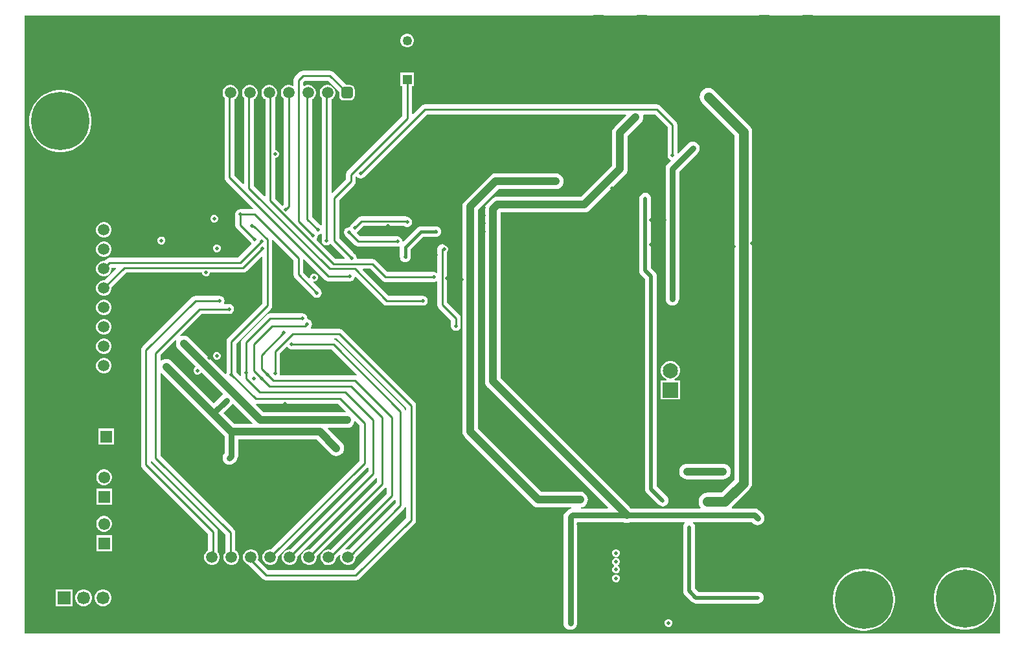
<source format=gbl>
G04*
G04 #@! TF.GenerationSoftware,Altium Limited,Altium Designer,23.8.1 (32)*
G04*
G04 Layer_Physical_Order=4*
G04 Layer_Color=16711680*
%FSLAX25Y25*%
%MOIN*%
G70*
G04*
G04 #@! TF.SameCoordinates,93D85A25-96AA-4E13-9423-ABE69869F54E*
G04*
G04*
G04 #@! TF.FilePolarity,Positive*
G04*
G01*
G75*
%ADD17C,0.01000*%
%ADD84R,0.05315X0.16535*%
%ADD86R,0.16535X0.05315*%
%ADD122R,0.06653X0.06653*%
%ADD123C,0.06653*%
%ADD135C,0.01500*%
%ADD136C,0.04000*%
%ADD137C,0.03000*%
%ADD138C,0.02000*%
%ADD139C,0.05000*%
%ADD140C,0.05984*%
G04:AMPARAMS|DCode=141|XSize=59.84mil|YSize=59.84mil|CornerRadius=14.96mil|HoleSize=0mil|Usage=FLASHONLY|Rotation=270.000|XOffset=0mil|YOffset=0mil|HoleType=Round|Shape=RoundedRectangle|*
%AMROUNDEDRECTD141*
21,1,0.05984,0.02992,0,0,270.0*
21,1,0.02992,0.05984,0,0,270.0*
1,1,0.02992,-0.01496,-0.01496*
1,1,0.02992,-0.01496,0.01496*
1,1,0.02992,0.01496,0.01496*
1,1,0.02992,0.01496,-0.01496*
%
%ADD141ROUNDEDRECTD141*%
%ADD142R,0.06102X0.06102*%
%ADD143C,0.06102*%
%ADD144C,0.07854*%
%ADD145R,0.07854X0.07854*%
G04:AMPARAMS|DCode=146|XSize=59.84mil|YSize=59.84mil|CornerRadius=14.96mil|HoleSize=0mil|Usage=FLASHONLY|Rotation=0.000|XOffset=0mil|YOffset=0mil|HoleType=Round|Shape=RoundedRectangle|*
%AMROUNDEDRECTD146*
21,1,0.05984,0.02992,0,0,0.0*
21,1,0.02992,0.05984,0,0,0.0*
1,1,0.02992,0.01496,-0.01496*
1,1,0.02992,-0.01496,-0.01496*
1,1,0.02992,-0.01496,0.01496*
1,1,0.02992,0.01496,0.01496*
%
%ADD146ROUNDEDRECTD146*%
%ADD147R,0.04921X0.04921*%
%ADD148C,0.04921*%
%ADD149C,0.02000*%
%ADD150C,0.30000*%
%ADD151C,0.01968*%
G36*
X702000Y98500D02*
X200000D01*
Y417000D01*
X702000D01*
Y98500D01*
D02*
G37*
%LPC*%
G36*
X397456Y407461D02*
X396544D01*
X395664Y407225D01*
X394875Y406769D01*
X394231Y406125D01*
X393775Y405336D01*
X393539Y404456D01*
Y403544D01*
X393775Y402664D01*
X394231Y401875D01*
X394875Y401231D01*
X395664Y400775D01*
X396544Y400539D01*
X397456D01*
X398336Y400775D01*
X399125Y401231D01*
X399769Y401875D01*
X400225Y402664D01*
X400461Y403544D01*
Y404456D01*
X400225Y405336D01*
X399769Y406125D01*
X399125Y406769D01*
X398336Y407225D01*
X397456Y407461D01*
D02*
G37*
G36*
X357239Y388459D02*
X343410D01*
X342435Y388265D01*
X341608Y387713D01*
X339198Y385302D01*
X338645Y384475D01*
X338451Y383500D01*
Y380844D01*
X338018Y380594D01*
X337541Y380870D01*
X336526Y381142D01*
X335474D01*
X334459Y380870D01*
X333549Y380344D01*
X332805Y379601D01*
X332280Y378690D01*
X332008Y377675D01*
Y376624D01*
X332280Y375609D01*
X332805Y374698D01*
X333451Y374053D01*
Y319556D01*
X332732Y318837D01*
X329049Y322520D01*
Y343517D01*
X329398D01*
X330133Y343821D01*
X330696Y344384D01*
X331000Y345119D01*
Y345914D01*
X330696Y346650D01*
X330133Y347212D01*
X329398Y347517D01*
X329049D01*
Y374553D01*
X329194Y374698D01*
X329720Y375609D01*
X329992Y376624D01*
Y377675D01*
X329720Y378690D01*
X329194Y379601D01*
X328451Y380344D01*
X327541Y380870D01*
X326526Y381142D01*
X325474D01*
X324459Y380870D01*
X323549Y380344D01*
X322806Y379601D01*
X322280Y378690D01*
X322008Y377675D01*
Y376624D01*
X322280Y375609D01*
X322806Y374698D01*
X323549Y373955D01*
X323951Y373723D01*
Y323807D01*
X323489Y323616D01*
X318049Y329056D01*
Y373723D01*
X318451Y373955D01*
X319195Y374698D01*
X319720Y375609D01*
X319992Y376624D01*
Y377675D01*
X319720Y378690D01*
X319195Y379601D01*
X318451Y380344D01*
X317541Y380870D01*
X316526Y381142D01*
X315474D01*
X314459Y380870D01*
X313549Y380344D01*
X312806Y379601D01*
X312280Y378690D01*
X312008Y377675D01*
Y376624D01*
X312280Y375609D01*
X312806Y374698D01*
X312951Y374553D01*
Y330307D01*
X312489Y330116D01*
X308049Y334556D01*
Y373723D01*
X308451Y373955D01*
X309194Y374698D01*
X309720Y375609D01*
X309992Y376624D01*
Y377675D01*
X309720Y378690D01*
X309194Y379601D01*
X308451Y380344D01*
X307541Y380870D01*
X306526Y381142D01*
X305474D01*
X304459Y380870D01*
X303549Y380344D01*
X302805Y379601D01*
X302280Y378690D01*
X302008Y377675D01*
Y376624D01*
X302280Y375609D01*
X302805Y374698D01*
X302951Y374553D01*
Y333500D01*
X303145Y332525D01*
X303698Y331698D01*
X317806Y317590D01*
X317614Y317128D01*
X311140D01*
X310164Y316934D01*
X309337Y316381D01*
X308785Y315554D01*
X308591Y314579D01*
Y308860D01*
X308785Y307885D01*
X309337Y307058D01*
X316680Y299715D01*
X316910Y299562D01*
X316959Y299064D01*
X309944Y292049D01*
X243850Y292049D01*
X242875Y291855D01*
X242048Y291302D01*
X241238Y290492D01*
X240325D01*
X239310Y290220D01*
X238399Y289694D01*
X237656Y288951D01*
X237130Y288041D01*
X236858Y287026D01*
Y285974D01*
X237130Y284959D01*
X237656Y284049D01*
X238399Y283306D01*
X239310Y282780D01*
X240325Y282508D01*
X241376D01*
X242391Y282780D01*
X243302Y283306D01*
X244045Y284049D01*
X244571Y284959D01*
X244843Y285974D01*
Y286887D01*
X244906Y286951D01*
X247043D01*
X247235Y286489D01*
X241238Y280492D01*
X240325D01*
X239310Y280220D01*
X238399Y279695D01*
X237656Y278951D01*
X237130Y278041D01*
X236858Y277026D01*
Y275974D01*
X237130Y274959D01*
X237656Y274049D01*
X238399Y273306D01*
X239310Y272780D01*
X240325Y272508D01*
X241376D01*
X242391Y272780D01*
X243302Y273306D01*
X244045Y274049D01*
X244571Y274959D01*
X244843Y275974D01*
Y276887D01*
X252406Y284451D01*
X291500D01*
Y284102D01*
X291805Y283367D01*
X292367Y282804D01*
X293102Y282500D01*
X293898D01*
X294633Y282804D01*
X295196Y283367D01*
X295500Y284102D01*
Y284451D01*
X312500D01*
X313475Y284645D01*
X314302Y285198D01*
X321989Y292884D01*
X322451Y292693D01*
Y268556D01*
X304698Y250802D01*
X304145Y249975D01*
X303951Y249000D01*
Y232462D01*
X303451Y232255D01*
X284853Y250853D01*
X284017Y251494D01*
X283044Y251897D01*
X282000Y252034D01*
X280956Y251897D01*
X280534Y251723D01*
X280251Y252146D01*
X291248Y263144D01*
X305307D01*
X306282Y263338D01*
X307109Y263890D01*
X307662Y264717D01*
X307856Y265693D01*
X307662Y266668D01*
X307109Y267495D01*
X306282Y268047D01*
X305307Y268242D01*
X302862D01*
X302626Y268683D01*
X302855Y269024D01*
X303049Y270000D01*
X302855Y270975D01*
X302302Y271802D01*
X301476Y272355D01*
X300500Y272549D01*
X288000D01*
X287024Y272355D01*
X286198Y271802D01*
X260698Y246302D01*
X260145Y245476D01*
X259951Y244500D01*
Y185500D01*
X260145Y184525D01*
X260698Y183698D01*
X294451Y149944D01*
Y141277D01*
X294049Y141045D01*
X293305Y140302D01*
X292780Y139391D01*
X292508Y138376D01*
Y137325D01*
X292780Y136310D01*
X293305Y135399D01*
X294049Y134656D01*
X294959Y134130D01*
X295974Y133858D01*
X297026D01*
X298041Y134130D01*
X298951Y134656D01*
X299694Y135399D01*
X300220Y136310D01*
X300492Y137325D01*
Y138376D01*
X300220Y139391D01*
X299694Y140302D01*
X299549Y140447D01*
Y151000D01*
X299355Y151976D01*
X298802Y152802D01*
X265049Y186556D01*
Y187268D01*
X265549Y187420D01*
X265698Y187198D01*
X303451Y149444D01*
Y140447D01*
X303306Y140302D01*
X302780Y139391D01*
X302508Y138376D01*
Y137325D01*
X302780Y136310D01*
X303306Y135399D01*
X304049Y134656D01*
X304959Y134130D01*
X305974Y133858D01*
X307026D01*
X308041Y134130D01*
X308951Y134656D01*
X309695Y135399D01*
X310220Y136310D01*
X310492Y137325D01*
Y138376D01*
X310220Y139391D01*
X309695Y140302D01*
X308951Y141045D01*
X308549Y141277D01*
Y150500D01*
X308355Y151476D01*
X307802Y152302D01*
X270049Y190056D01*
Y232538D01*
X270549Y232745D01*
X294647Y208647D01*
X294647Y208647D01*
X302970Y200325D01*
Y191452D01*
X302443Y190765D01*
X302090Y189914D01*
X301970Y189000D01*
X302090Y188086D01*
X302443Y187235D01*
X303004Y186504D01*
X303735Y185943D01*
X304586Y185590D01*
X305500Y185470D01*
X306414Y185590D01*
X307265Y185943D01*
X307996Y186504D01*
X308996Y187504D01*
X309557Y188235D01*
X309910Y189086D01*
X310030Y190000D01*
Y198466D01*
X350329D01*
X357647Y191147D01*
X358483Y190506D01*
X359456Y190103D01*
X360500Y189965D01*
X361544Y190103D01*
X362517Y190506D01*
X363353Y191147D01*
X363994Y191983D01*
X364397Y192956D01*
X364534Y194000D01*
X364397Y195044D01*
X363994Y196017D01*
X363353Y196853D01*
X356202Y204004D01*
X356394Y204466D01*
X366000D01*
X367044Y204603D01*
X368017Y205006D01*
X368853Y205647D01*
X369494Y206483D01*
X369897Y207456D01*
X369945Y207817D01*
X370418Y207977D01*
X372451Y205944D01*
Y187406D01*
X326887Y141843D01*
X325974D01*
X324959Y141571D01*
X324049Y141045D01*
X323306Y140302D01*
X322780Y139391D01*
X322508Y138376D01*
Y137325D01*
X322780Y136310D01*
X323306Y135399D01*
X323639Y135066D01*
X323670Y135020D01*
X323715Y134989D01*
X324049Y134656D01*
X324959Y134130D01*
X325974Y133858D01*
X327026D01*
X328041Y134130D01*
X328951Y134656D01*
X329695Y135399D01*
X330220Y136310D01*
X330492Y137325D01*
Y138238D01*
X376451Y184197D01*
X376951Y183990D01*
Y181906D01*
X336887Y141843D01*
X335974D01*
X334959Y141571D01*
X334049Y141045D01*
X333306Y140302D01*
X332780Y139391D01*
X332508Y138376D01*
Y137325D01*
X332780Y136310D01*
X333306Y135399D01*
X334049Y134656D01*
X334959Y134130D01*
X335974Y133858D01*
X337026D01*
X338041Y134130D01*
X338951Y134656D01*
X339694Y135399D01*
X340220Y136310D01*
X340492Y137325D01*
Y138238D01*
X380951Y178697D01*
X381451Y178490D01*
Y176556D01*
X346738Y141843D01*
X345974D01*
X344959Y141571D01*
X344049Y141045D01*
X343305Y140302D01*
X342780Y139391D01*
X342508Y138376D01*
Y137325D01*
X342780Y136310D01*
X342916Y136074D01*
X342962Y135842D01*
X343515Y135015D01*
X344044Y134661D01*
X344049Y134656D01*
X344068Y134645D01*
X344342Y134462D01*
X344407Y134449D01*
X344959Y134130D01*
X345974Y133858D01*
X347026D01*
X348041Y134130D01*
X348951Y134656D01*
X349694Y135399D01*
X350220Y136310D01*
X350492Y137325D01*
Y138376D01*
X350490Y138385D01*
X385802Y173698D01*
X385951Y173920D01*
X386451Y173768D01*
Y170556D01*
X357587Y141692D01*
X357026Y141843D01*
X355974D01*
X354959Y141571D01*
X354049Y141045D01*
X353306Y140302D01*
X352780Y139391D01*
X352508Y138376D01*
Y137325D01*
X352780Y136310D01*
X353306Y135399D01*
X353795Y134910D01*
X354041Y134541D01*
X354868Y133989D01*
X355844Y133795D01*
X356164Y133858D01*
X357026D01*
X358041Y134130D01*
X358951Y134656D01*
X359695Y135399D01*
X360220Y136310D01*
X360492Y137325D01*
Y137387D01*
X362177Y139072D01*
X362625Y138813D01*
X362508Y138376D01*
Y137325D01*
X362780Y136310D01*
X363305Y135399D01*
X364049Y134656D01*
X364959Y134130D01*
X365974Y133858D01*
X367026D01*
X368041Y134130D01*
X368951Y134656D01*
X369694Y135399D01*
X370220Y136310D01*
X370492Y137325D01*
Y137887D01*
X395302Y162698D01*
X395855Y163524D01*
X395951Y164007D01*
X396451Y163958D01*
Y158056D01*
X369444Y131049D01*
X325556D01*
X320236Y136369D01*
X320492Y137325D01*
Y138376D01*
X320220Y139391D01*
X319694Y140302D01*
X318951Y141045D01*
X318041Y141571D01*
X317026Y141843D01*
X315974D01*
X314959Y141571D01*
X314049Y141045D01*
X313305Y140302D01*
X312803Y139431D01*
X312557Y139063D01*
X312363Y138088D01*
X312508Y137360D01*
Y137325D01*
X312535Y137224D01*
X312557Y137112D01*
X312570Y137093D01*
X312780Y136310D01*
X313305Y135399D01*
X314049Y134656D01*
X314959Y134130D01*
X315379Y134018D01*
X316195Y133202D01*
X316199Y133196D01*
X322698Y126698D01*
X323524Y126145D01*
X324500Y125951D01*
X370500D01*
X371476Y126145D01*
X372302Y126698D01*
X400802Y155198D01*
X401355Y156025D01*
X401549Y157000D01*
Y216000D01*
X401355Y216975D01*
X400802Y217802D01*
X363802Y254802D01*
X362976Y255355D01*
X362000Y255549D01*
X347383D01*
X347327Y255627D01*
X347302Y256198D01*
X347855Y257025D01*
X348049Y258000D01*
X347855Y258976D01*
X347302Y259802D01*
X346476Y260355D01*
X345951Y260459D01*
X345549Y261000D01*
X345355Y261976D01*
X344802Y262802D01*
X343975Y263355D01*
X343000Y263549D01*
X326500D01*
X325524Y263355D01*
X324698Y262802D01*
X312198Y250302D01*
X311645Y249476D01*
X311451Y248500D01*
Y233000D01*
Y231307D01*
X310989Y231116D01*
X309049Y233056D01*
Y247944D01*
X326802Y265698D01*
X327355Y266525D01*
X327549Y267500D01*
Y301139D01*
X328049Y301346D01*
X338480Y290915D01*
Y283503D01*
X338674Y282527D01*
X339227Y281700D01*
X348713Y272213D01*
X349540Y271661D01*
X350516Y271467D01*
X351491Y271661D01*
X352318Y272213D01*
X352871Y273040D01*
X353065Y274016D01*
X352871Y274991D01*
X352318Y275818D01*
X348636Y279500D01*
X348843Y280000D01*
X349398D01*
X350133Y280305D01*
X350695Y280867D01*
X351000Y281602D01*
Y282398D01*
X350695Y283133D01*
X350133Y283696D01*
X349398Y284000D01*
X348602D01*
X347867Y283696D01*
X347305Y283133D01*
X347000Y282398D01*
Y281843D01*
X346500Y281636D01*
X343578Y284558D01*
Y291164D01*
X344040Y291355D01*
X354698Y280698D01*
X355525Y280145D01*
X356500Y279951D01*
X367500D01*
X368476Y280145D01*
X369302Y280698D01*
X369855Y281524D01*
X369989Y282199D01*
X370532Y282364D01*
X384689Y268207D01*
X385516Y267654D01*
X386491Y267460D01*
X405009D01*
X405984Y267654D01*
X406811Y268207D01*
X407364Y269033D01*
X407558Y270009D01*
X407364Y270984D01*
X406811Y271811D01*
X405984Y272364D01*
X405009Y272558D01*
X387547D01*
X374116Y285989D01*
X374307Y286451D01*
X377944D01*
X384019Y280376D01*
X384846Y279824D01*
X385821Y279630D01*
X410662D01*
X411638Y279824D01*
X412010Y280072D01*
X412451Y279837D01*
Y268000D01*
X412645Y267024D01*
X413198Y266198D01*
X419451Y259944D01*
Y257000D01*
X419645Y256025D01*
X420198Y255198D01*
X421025Y254645D01*
X422000Y254451D01*
X422975Y254645D01*
X423802Y255198D01*
X424355Y256025D01*
X424549Y257000D01*
Y261000D01*
X424355Y261976D01*
X423802Y262802D01*
X417549Y269056D01*
Y295162D01*
X417696Y295308D01*
X418000Y296043D01*
Y296839D01*
X417696Y297574D01*
X417133Y298136D01*
X416829Y298262D01*
X416802Y298302D01*
X415976Y298855D01*
X415000Y299049D01*
X414024Y298855D01*
X413198Y298302D01*
X412645Y297476D01*
X412451Y296500D01*
Y284521D01*
X412010Y284285D01*
X411638Y284534D01*
X410662Y284728D01*
X386877D01*
X380802Y290802D01*
X379976Y291355D01*
X379000Y291549D01*
X371353D01*
X371036Y291935D01*
X371049Y292000D01*
X370855Y292975D01*
X370302Y293802D01*
X362049Y302056D01*
Y321944D01*
X369802Y329698D01*
X370355Y330524D01*
X370549Y331500D01*
Y333768D01*
X371018Y333910D01*
X371058Y333907D01*
X371198Y333698D01*
X372024Y333145D01*
X373000Y332951D01*
X373975Y333145D01*
X374802Y333698D01*
X407056Y365951D01*
X509592D01*
X509783Y365489D01*
X503647Y359353D01*
X503006Y358517D01*
X502603Y357544D01*
X502465Y356500D01*
X502465Y356500D01*
Y339671D01*
X486329Y323534D01*
X443343D01*
X442299Y323397D01*
X441326Y322994D01*
X440490Y322353D01*
X440490Y322353D01*
X438147Y320010D01*
X437506Y319174D01*
X437103Y318201D01*
X436966Y317157D01*
X436966Y317157D01*
Y228500D01*
X436966Y228500D01*
X437103Y227456D01*
X437506Y226483D01*
X438147Y225647D01*
X500302Y163492D01*
X500111Y163030D01*
X486524D01*
X486492Y163530D01*
X487044Y163603D01*
X488017Y164006D01*
X488853Y164647D01*
X489494Y165483D01*
X489897Y166456D01*
X490034Y167500D01*
X489897Y168544D01*
X489494Y169517D01*
X488853Y170353D01*
X488017Y170994D01*
X487044Y171397D01*
X486000Y171535D01*
X466171D01*
X433534Y204171D01*
Y316829D01*
X444171Y327466D01*
X473500D01*
X474544Y327603D01*
X475517Y328006D01*
X476353Y328647D01*
X476994Y329483D01*
X477397Y330456D01*
X477534Y331500D01*
X477397Y332544D01*
X476994Y333517D01*
X476353Y334353D01*
X475517Y334994D01*
X474544Y335397D01*
X473500Y335535D01*
X442500D01*
X442500Y335535D01*
X441456Y335397D01*
X440483Y334994D01*
X439647Y334353D01*
X439647Y334353D01*
X426647Y321353D01*
X426006Y320517D01*
X425603Y319544D01*
X425465Y318500D01*
X425465Y318500D01*
Y202500D01*
X425465Y202500D01*
X425603Y201456D01*
X426006Y200483D01*
X426647Y199647D01*
X461647Y164647D01*
X461647Y164647D01*
X462483Y164006D01*
X463456Y163603D01*
X464500Y163465D01*
X481476D01*
X481508Y162966D01*
X481086Y162910D01*
X480235Y162557D01*
X479504Y161996D01*
X478504Y160996D01*
X477943Y160265D01*
X477590Y159414D01*
X477470Y158500D01*
Y104000D01*
X477590Y103086D01*
X477943Y102235D01*
X478504Y101504D01*
X479235Y100943D01*
X480086Y100590D01*
X481000Y100470D01*
X481914Y100590D01*
X482765Y100943D01*
X483496Y101504D01*
X484057Y102235D01*
X484410Y103086D01*
X484530Y104000D01*
Y155970D01*
X508070D01*
X508956Y155603D01*
X510000Y155465D01*
X511044Y155603D01*
X511930Y155970D01*
X539831D01*
X540000Y155470D01*
X539910Y155400D01*
X539429Y154773D01*
X539126Y154043D01*
X539023Y153260D01*
Y120451D01*
X539126Y119668D01*
X539429Y118938D01*
X539910Y118311D01*
X543360Y114860D01*
X543987Y114380D01*
X544717Y114077D01*
X545500Y113974D01*
X577500D01*
X578283Y114077D01*
X579013Y114380D01*
X579640Y114860D01*
X580121Y115487D01*
X580423Y116217D01*
X580526Y117000D01*
X580423Y117783D01*
X580121Y118513D01*
X579640Y119140D01*
X579013Y119621D01*
X578283Y119923D01*
X577500Y120026D01*
X546753D01*
X545075Y121704D01*
Y153260D01*
X544972Y154043D01*
X544670Y154773D01*
X544189Y155400D01*
X544098Y155470D01*
X544268Y155970D01*
X574264D01*
X574847Y155386D01*
X575578Y154825D01*
X576430Y154473D01*
X577343Y154352D01*
X578257Y154473D01*
X579108Y154825D01*
X579840Y155386D01*
X580401Y156118D01*
X580753Y156969D01*
X580873Y157883D01*
X580753Y158796D01*
X580401Y159648D01*
X579840Y160379D01*
X578222Y161996D01*
X577491Y162557D01*
X576640Y162910D01*
X575726Y163030D01*
X564156D01*
X563949Y163530D01*
X573209Y172791D01*
X573931Y173731D01*
X574384Y174825D01*
X574539Y176000D01*
Y357000D01*
X574384Y358175D01*
X573931Y359269D01*
X573209Y360209D01*
X573209Y360209D01*
X555209Y378209D01*
X554269Y378931D01*
X553175Y379384D01*
X552000Y379539D01*
X550825Y379384D01*
X549731Y378931D01*
X548791Y378209D01*
X548069Y377269D01*
X547616Y376175D01*
X547461Y375000D01*
X547616Y373825D01*
X548069Y372731D01*
X548791Y371791D01*
X565461Y355120D01*
Y177880D01*
X558620Y171039D01*
X551500D01*
X550325Y170884D01*
X549231Y170431D01*
X548291Y169709D01*
X547569Y168769D01*
X547116Y167675D01*
X546961Y166500D01*
X547116Y165325D01*
X547569Y164231D01*
X548107Y163530D01*
X547860Y163030D01*
X512176D01*
X445035Y230171D01*
Y315465D01*
X488000D01*
X488000Y315465D01*
X489044Y315603D01*
X490017Y316006D01*
X490853Y316647D01*
X509353Y335147D01*
X509994Y335983D01*
X510397Y336956D01*
X510534Y338000D01*
Y354829D01*
X517353Y361647D01*
X517994Y362483D01*
X518397Y363456D01*
X518535Y364500D01*
X518409Y365451D01*
X518647Y365918D01*
X518669Y365951D01*
X524480D01*
X530951Y359480D01*
Y345000D01*
X531145Y344024D01*
X531698Y343198D01*
X532477Y342677D01*
X532560Y342539D01*
X532673Y342166D01*
X531004Y340496D01*
X530443Y339765D01*
X530090Y338914D01*
X529970Y338000D01*
Y271000D01*
X530090Y270086D01*
X530443Y269235D01*
X531004Y268504D01*
X531735Y267943D01*
X532586Y267590D01*
X533500Y267470D01*
X534414Y267590D01*
X535265Y267943D01*
X535996Y268504D01*
X536557Y269235D01*
X536910Y270086D01*
X537030Y271000D01*
Y336538D01*
X546496Y346004D01*
X547057Y346735D01*
X547410Y347586D01*
X547530Y348500D01*
X547410Y349414D01*
X547057Y350265D01*
X546496Y350996D01*
X545765Y351557D01*
X544914Y351910D01*
X544000Y352030D01*
X543086Y351910D01*
X542235Y351557D01*
X541504Y350996D01*
X536511Y346003D01*
X536049Y346195D01*
Y360536D01*
X535855Y361511D01*
X535302Y362338D01*
X527338Y370302D01*
X526511Y370855D01*
X525535Y371049D01*
X406000D01*
X405024Y370855D01*
X404198Y370302D01*
X400011Y366116D01*
X399549Y366307D01*
Y380539D01*
X400461D01*
Y387461D01*
X393539D01*
Y380539D01*
X394451D01*
Y365056D01*
X366198Y336802D01*
X365645Y335976D01*
X365451Y335000D01*
Y332556D01*
X358511Y325616D01*
X358049Y325807D01*
Y373723D01*
X358451Y373955D01*
X359194Y374698D01*
X359720Y375609D01*
X359992Y376624D01*
Y377675D01*
X359720Y378690D01*
X359194Y379601D01*
X358451Y380344D01*
X357541Y380870D01*
X356526Y381142D01*
X355474D01*
X354459Y380870D01*
X353549Y380344D01*
X352805Y379601D01*
X352280Y378690D01*
X352008Y377675D01*
Y376624D01*
X352280Y375609D01*
X352805Y374698D01*
X352951Y374553D01*
Y308861D01*
X352451Y308654D01*
X348049Y313056D01*
Y373723D01*
X348451Y373955D01*
X349195Y374698D01*
X349720Y375609D01*
X349992Y376624D01*
Y377675D01*
X349720Y378690D01*
X349195Y379601D01*
X348451Y380344D01*
X347541Y380870D01*
X346526Y381142D01*
X345474D01*
X344459Y380870D01*
X343982Y380594D01*
X343549Y380844D01*
Y382444D01*
X344466Y383362D01*
X356183D01*
X361959Y377586D01*
Y375653D01*
X362153Y374679D01*
X362704Y373854D01*
X363530Y373302D01*
X364504Y373109D01*
X367496D01*
X368470Y373302D01*
X369296Y373854D01*
X369847Y374679D01*
X370041Y375653D01*
Y378645D01*
X369847Y379620D01*
X369296Y380445D01*
X368470Y380997D01*
X367496Y381190D01*
X365564D01*
X359041Y387713D01*
X358214Y388265D01*
X357239Y388459D01*
D02*
G37*
G36*
X219759Y378500D02*
X217241D01*
X214753Y378106D01*
X212358Y377328D01*
X210114Y376184D01*
X208077Y374704D01*
X206296Y372923D01*
X204816Y370886D01*
X203672Y368642D01*
X202894Y366247D01*
X202500Y363759D01*
Y361241D01*
X202894Y358753D01*
X203672Y356358D01*
X204816Y354114D01*
X206296Y352077D01*
X208077Y350296D01*
X210114Y348816D01*
X212358Y347672D01*
X214753Y346894D01*
X217241Y346500D01*
X219759D01*
X222247Y346894D01*
X224642Y347672D01*
X226886Y348816D01*
X228923Y350296D01*
X230704Y352077D01*
X232184Y354114D01*
X233328Y356358D01*
X234106Y358753D01*
X234500Y361241D01*
Y363759D01*
X234106Y366247D01*
X233328Y368642D01*
X232184Y370886D01*
X230704Y372923D01*
X228923Y374704D01*
X226886Y376184D01*
X224642Y377328D01*
X222247Y378106D01*
X219759Y378500D01*
D02*
G37*
G36*
X298069Y314171D02*
X297273D01*
X296538Y313867D01*
X295976Y313304D01*
X295671Y312569D01*
Y311773D01*
X295976Y311038D01*
X296538Y310476D01*
X297273Y310171D01*
X298069D01*
X298804Y310476D01*
X299367Y311038D01*
X299671Y311773D01*
Y312569D01*
X299367Y313304D01*
X298804Y313867D01*
X298069Y314171D01*
D02*
G37*
G36*
X396229Y313549D02*
X373500D01*
X372524Y313355D01*
X371698Y312802D01*
X368198Y309302D01*
X367645Y308475D01*
X367497Y307730D01*
X367000Y307828D01*
X366024Y307634D01*
X365198Y307082D01*
X364645Y306255D01*
X364451Y305279D01*
X364645Y304304D01*
X365198Y303477D01*
X369977Y298698D01*
X370804Y298145D01*
X371779Y297951D01*
X392000D01*
X392802Y298111D01*
X393184Y297838D01*
X393257Y297732D01*
X393226Y297500D01*
Y292500D01*
X393321Y291782D01*
X393598Y291113D01*
X394039Y290539D01*
X394613Y290098D01*
X395282Y289821D01*
X396000Y289726D01*
X396718Y289821D01*
X397387Y290098D01*
X397961Y290539D01*
X398402Y291113D01*
X398679Y291782D01*
X398774Y292500D01*
Y296351D01*
X405159Y302736D01*
X411713D01*
X412431Y302831D01*
X413100Y303108D01*
X413674Y303549D01*
X414115Y304123D01*
X414392Y304792D01*
X414487Y305510D01*
X414392Y306228D01*
X414115Y306897D01*
X413674Y307471D01*
X413100Y307912D01*
X412431Y308189D01*
X411713Y308284D01*
X404010D01*
X403292Y308189D01*
X402623Y307912D01*
X402048Y307471D01*
X395006Y300428D01*
X394519Y300649D01*
X394355Y301476D01*
X393802Y302302D01*
X392975Y302855D01*
X392000Y303049D01*
X372835D01*
X371171Y304713D01*
X371258Y305334D01*
X371802Y305698D01*
X374556Y308451D01*
X395296D01*
X395754Y308145D01*
X396729Y307951D01*
X397000D01*
X397975Y308145D01*
X398802Y308698D01*
X399355Y309524D01*
X399549Y310500D01*
X399355Y311475D01*
X398802Y312302D01*
X397975Y312855D01*
X397944Y312861D01*
X397205Y313355D01*
X396229Y313549D01*
D02*
G37*
G36*
X241376Y310492D02*
X240325D01*
X239310Y310220D01*
X238399Y309695D01*
X237656Y308951D01*
X237130Y308041D01*
X236858Y307026D01*
Y305974D01*
X237130Y304959D01*
X237656Y304049D01*
X238399Y303306D01*
X239310Y302780D01*
X240325Y302508D01*
X241376D01*
X242391Y302780D01*
X243302Y303306D01*
X244045Y304049D01*
X244571Y304959D01*
X244843Y305974D01*
Y307026D01*
X244571Y308041D01*
X244045Y308951D01*
X243302Y309695D01*
X242391Y310220D01*
X241376Y310492D01*
D02*
G37*
G36*
X270907Y303009D02*
X270111D01*
X269376Y302704D01*
X268813Y302142D01*
X268509Y301407D01*
Y300611D01*
X268813Y299876D01*
X269376Y299313D01*
X270111Y299009D01*
X270907D01*
X271642Y299313D01*
X272204Y299876D01*
X272509Y300611D01*
Y301407D01*
X272204Y302142D01*
X271642Y302704D01*
X270907Y303009D01*
D02*
G37*
G36*
X299398Y299000D02*
X298602D01*
X297867Y298695D01*
X297305Y298133D01*
X297000Y297398D01*
Y296602D01*
X297305Y295867D01*
X297867Y295304D01*
X298602Y295000D01*
X299398D01*
X300133Y295304D01*
X300695Y295867D01*
X301000Y296602D01*
Y297398D01*
X300695Y298133D01*
X300133Y298695D01*
X299398Y299000D01*
D02*
G37*
G36*
X241376Y300492D02*
X240325D01*
X239310Y300220D01*
X238399Y299694D01*
X237656Y298951D01*
X237130Y298041D01*
X236858Y297026D01*
Y295974D01*
X237130Y294959D01*
X237656Y294049D01*
X238399Y293305D01*
X239310Y292780D01*
X240325Y292508D01*
X241376D01*
X242391Y292780D01*
X243302Y293305D01*
X244045Y294049D01*
X244571Y294959D01*
X244843Y295974D01*
Y297026D01*
X244571Y298041D01*
X244045Y298951D01*
X243302Y299694D01*
X242391Y300220D01*
X241376Y300492D01*
D02*
G37*
G36*
Y270492D02*
X240325D01*
X239310Y270220D01*
X238399Y269694D01*
X237656Y268951D01*
X237130Y268041D01*
X236858Y267026D01*
Y265974D01*
X237130Y264959D01*
X237656Y264049D01*
X238399Y263305D01*
X239310Y262780D01*
X240325Y262508D01*
X241376D01*
X242391Y262780D01*
X243302Y263305D01*
X244045Y264049D01*
X244571Y264959D01*
X244843Y265974D01*
Y267026D01*
X244571Y268041D01*
X244045Y268951D01*
X243302Y269694D01*
X242391Y270220D01*
X241376Y270492D01*
D02*
G37*
G36*
Y260492D02*
X240325D01*
X239310Y260220D01*
X238399Y259695D01*
X237656Y258951D01*
X237130Y258041D01*
X236858Y257026D01*
Y255974D01*
X237130Y254959D01*
X237656Y254049D01*
X238399Y253306D01*
X239310Y252780D01*
X240325Y252508D01*
X241376D01*
X242391Y252780D01*
X243302Y253306D01*
X244045Y254049D01*
X244571Y254959D01*
X244843Y255974D01*
Y257026D01*
X244571Y258041D01*
X244045Y258951D01*
X243302Y259695D01*
X242391Y260220D01*
X241376Y260492D01*
D02*
G37*
G36*
Y250492D02*
X240325D01*
X239310Y250220D01*
X238399Y249694D01*
X237656Y248951D01*
X237130Y248041D01*
X236858Y247026D01*
Y245974D01*
X237130Y244959D01*
X237656Y244049D01*
X238399Y243305D01*
X239310Y242780D01*
X240325Y242508D01*
X241376D01*
X242391Y242780D01*
X243302Y243305D01*
X244045Y244049D01*
X244571Y244959D01*
X244843Y245974D01*
Y247026D01*
X244571Y248041D01*
X244045Y248951D01*
X243302Y249694D01*
X242391Y250220D01*
X241376Y250492D01*
D02*
G37*
G36*
X299407Y243509D02*
X298611D01*
X297876Y243204D01*
X297313Y242642D01*
X297009Y241907D01*
Y241111D01*
X297313Y240376D01*
X297876Y239813D01*
X298611Y239509D01*
X299407D01*
X300142Y239813D01*
X300704Y240376D01*
X301009Y241111D01*
Y241907D01*
X300704Y242642D01*
X300142Y243204D01*
X299407Y243509D01*
D02*
G37*
G36*
X241376Y240492D02*
X240325D01*
X239310Y240220D01*
X238399Y239694D01*
X237656Y238951D01*
X237130Y238041D01*
X236858Y237026D01*
Y235974D01*
X237130Y234959D01*
X237656Y234049D01*
X238399Y233306D01*
X239310Y232780D01*
X240325Y232508D01*
X241376D01*
X242391Y232780D01*
X243302Y233306D01*
X244045Y234049D01*
X244571Y234959D01*
X244843Y235974D01*
Y237026D01*
X244571Y238041D01*
X244045Y238951D01*
X243302Y239694D01*
X242391Y240220D01*
X241376Y240492D01*
D02*
G37*
G36*
X533149Y238927D02*
X531851D01*
X530598Y238591D01*
X529475Y237943D01*
X528557Y237025D01*
X527909Y235902D01*
X527573Y234649D01*
Y233351D01*
X527909Y232098D01*
X528557Y230975D01*
X529475Y230057D01*
X530566Y229427D01*
X530580Y229380D01*
X530344Y228927D01*
X527573D01*
Y219073D01*
X537427D01*
Y228927D01*
X534656D01*
X534420Y229380D01*
X534434Y229427D01*
X535525Y230057D01*
X536443Y230975D01*
X537091Y232098D01*
X537427Y233351D01*
Y234649D01*
X537091Y235902D01*
X536443Y237025D01*
X535525Y237943D01*
X534402Y238591D01*
X533149Y238927D01*
D02*
G37*
G36*
X246051Y204051D02*
X237949D01*
Y195949D01*
X246051D01*
Y204051D01*
D02*
G37*
G36*
X559500Y186035D02*
X541000D01*
X539956Y185897D01*
X538983Y185494D01*
X538147Y184853D01*
X537506Y184017D01*
X537103Y183044D01*
X536966Y182000D01*
X537103Y180956D01*
X537506Y179983D01*
X538147Y179147D01*
X538983Y178506D01*
X539956Y178103D01*
X541000Y177965D01*
X559500D01*
X560544Y178103D01*
X561517Y178506D01*
X562353Y179147D01*
X562994Y179983D01*
X563397Y180956D01*
X563534Y182000D01*
X563397Y183044D01*
X562994Y184017D01*
X562353Y184853D01*
X561517Y185494D01*
X560544Y185897D01*
X559500Y186035D01*
D02*
G37*
G36*
X241533Y183051D02*
X240467D01*
X239436Y182775D01*
X238512Y182242D01*
X237758Y181488D01*
X237225Y180564D01*
X236949Y179533D01*
Y178467D01*
X237225Y177436D01*
X237758Y176513D01*
X238512Y175758D01*
X239436Y175225D01*
X240467Y174949D01*
X241533D01*
X242564Y175225D01*
X243488Y175758D01*
X244242Y176513D01*
X244775Y177436D01*
X245051Y178467D01*
Y179533D01*
X244775Y180564D01*
X244242Y181488D01*
X243488Y182242D01*
X242564Y182775D01*
X241533Y183051D01*
D02*
G37*
G36*
X245051Y173051D02*
X236949D01*
Y164949D01*
X245051D01*
Y173051D01*
D02*
G37*
G36*
X519500Y325526D02*
X518717Y325423D01*
X517987Y325120D01*
X517360Y324640D01*
X516880Y324013D01*
X516577Y323283D01*
X516474Y322500D01*
Y285500D01*
X516577Y284717D01*
X516880Y283987D01*
X517360Y283360D01*
X519474Y281247D01*
Y173000D01*
X519577Y172217D01*
X519879Y171487D01*
X520360Y170860D01*
X526360Y164860D01*
X526987Y164380D01*
X527717Y164077D01*
X528500Y163974D01*
X529283Y164077D01*
X530013Y164380D01*
X530640Y164860D01*
X531120Y165487D01*
X531423Y166217D01*
X531526Y167000D01*
X531423Y167783D01*
X531120Y168513D01*
X530640Y169140D01*
X525526Y174253D01*
Y282500D01*
X525423Y283283D01*
X525120Y284013D01*
X524640Y284640D01*
X522526Y286753D01*
Y322500D01*
X522423Y323283D01*
X522121Y324013D01*
X521640Y324640D01*
X521013Y325120D01*
X520283Y325423D01*
X519500Y325526D01*
D02*
G37*
G36*
X241533Y159051D02*
X240467D01*
X239436Y158775D01*
X238512Y158242D01*
X237758Y157487D01*
X237225Y156564D01*
X236949Y155533D01*
Y154467D01*
X237225Y153436D01*
X237758Y152513D01*
X238512Y151758D01*
X239436Y151225D01*
X240467Y150949D01*
X241533D01*
X242564Y151225D01*
X243488Y151758D01*
X244242Y152513D01*
X244775Y153436D01*
X245051Y154467D01*
Y155533D01*
X244775Y156564D01*
X244242Y157487D01*
X243488Y158242D01*
X242564Y158775D01*
X241533Y159051D01*
D02*
G37*
G36*
X245051Y149051D02*
X236949D01*
Y140949D01*
X245051D01*
Y149051D01*
D02*
G37*
G36*
X504898Y142000D02*
X504102D01*
X503367Y141695D01*
X502805Y141133D01*
X502500Y140398D01*
Y139602D01*
X502805Y138867D01*
X503367Y138304D01*
X504102Y138000D01*
X504898D01*
X505633Y138304D01*
X506195Y138867D01*
X506500Y139602D01*
Y140398D01*
X506195Y141133D01*
X505633Y141695D01*
X504898Y142000D01*
D02*
G37*
G36*
Y137500D02*
X504102D01*
X503367Y137196D01*
X502805Y136633D01*
X502500Y135898D01*
Y135102D01*
X502805Y134367D01*
X503367Y133805D01*
X503499Y133750D01*
Y133250D01*
X503367Y133195D01*
X502805Y132633D01*
X502500Y131898D01*
Y131102D01*
X502805Y130367D01*
X503367Y129805D01*
X504102Y129500D01*
X504898D01*
X505633Y129805D01*
X506195Y130367D01*
X506500Y131102D01*
Y131898D01*
X506195Y132633D01*
X505633Y133195D01*
X505501Y133250D01*
Y133750D01*
X505633Y133805D01*
X506195Y134367D01*
X506500Y135102D01*
Y135898D01*
X506195Y136633D01*
X505633Y137196D01*
X504898Y137500D01*
D02*
G37*
G36*
Y129000D02*
X504102D01*
X503367Y128695D01*
X502805Y128133D01*
X502500Y127398D01*
Y126602D01*
X502805Y125867D01*
X503367Y125304D01*
X504102Y125000D01*
X504898D01*
X505633Y125304D01*
X506195Y125867D01*
X506500Y126602D01*
Y127398D01*
X506195Y128133D01*
X505633Y128695D01*
X504898Y129000D01*
D02*
G37*
G36*
X241070Y121327D02*
X239930D01*
X238830Y121032D01*
X237843Y120462D01*
X237038Y119657D01*
X236468Y118670D01*
X236173Y117570D01*
Y116430D01*
X236468Y115330D01*
X237038Y114343D01*
X237843Y113538D01*
X238830Y112968D01*
X239930Y112673D01*
X241070D01*
X242170Y112968D01*
X243157Y113538D01*
X243962Y114343D01*
X244532Y115330D01*
X244827Y116430D01*
Y117570D01*
X244532Y118670D01*
X243962Y119657D01*
X243157Y120462D01*
X242170Y121032D01*
X241070Y121327D01*
D02*
G37*
G36*
X231070D02*
X229930D01*
X228830Y121032D01*
X227843Y120462D01*
X227038Y119657D01*
X226468Y118670D01*
X226173Y117570D01*
Y116430D01*
X226468Y115330D01*
X227038Y114343D01*
X227843Y113538D01*
X228830Y112968D01*
X229930Y112673D01*
X231070D01*
X232170Y112968D01*
X233157Y113538D01*
X233962Y114343D01*
X234532Y115330D01*
X234827Y116430D01*
Y117570D01*
X234532Y118670D01*
X233962Y119657D01*
X233157Y120462D01*
X232170Y121032D01*
X231070Y121327D01*
D02*
G37*
G36*
X224827D02*
X216173D01*
Y112673D01*
X224827D01*
Y121327D01*
D02*
G37*
G36*
X531898Y106000D02*
X531102D01*
X530367Y105695D01*
X529805Y105133D01*
X529500Y104398D01*
Y103602D01*
X529805Y102867D01*
X530367Y102304D01*
X531102Y102000D01*
X531898D01*
X532633Y102304D01*
X533195Y102867D01*
X533500Y103602D01*
Y104398D01*
X533195Y105133D01*
X532633Y105695D01*
X531898Y106000D01*
D02*
G37*
G36*
X685259Y132500D02*
X682741D01*
X680253Y132106D01*
X677858Y131328D01*
X675614Y130184D01*
X673577Y128704D01*
X671796Y126923D01*
X670316Y124886D01*
X669172Y122642D01*
X668394Y120247D01*
X668000Y117759D01*
Y115241D01*
X668394Y112753D01*
X669172Y110358D01*
X670316Y108114D01*
X671796Y106077D01*
X673577Y104296D01*
X675614Y102816D01*
X677858Y101672D01*
X680253Y100894D01*
X682741Y100500D01*
X685259D01*
X687747Y100894D01*
X690142Y101672D01*
X692386Y102816D01*
X694423Y104296D01*
X696204Y106077D01*
X697684Y108114D01*
X698828Y110358D01*
X699606Y112753D01*
X700000Y115241D01*
Y117759D01*
X699606Y120247D01*
X698828Y122642D01*
X697684Y124886D01*
X696204Y126923D01*
X694423Y128704D01*
X692386Y130184D01*
X690142Y131328D01*
X687747Y132106D01*
X685259Y132500D01*
D02*
G37*
G36*
X633259Y132000D02*
X630741D01*
X628253Y131606D01*
X625858Y130828D01*
X623614Y129684D01*
X621577Y128204D01*
X619796Y126423D01*
X618316Y124386D01*
X617172Y122142D01*
X616394Y119747D01*
X616000Y117259D01*
Y114741D01*
X616394Y112253D01*
X617172Y109858D01*
X618316Y107614D01*
X619796Y105577D01*
X621577Y103796D01*
X623614Y102316D01*
X625858Y101172D01*
X628253Y100394D01*
X630741Y100000D01*
X633259D01*
X635747Y100394D01*
X638142Y101172D01*
X640386Y102316D01*
X642423Y103796D01*
X644204Y105577D01*
X645684Y107614D01*
X646828Y109858D01*
X647606Y112253D01*
X648000Y114741D01*
Y117259D01*
X647606Y119747D01*
X646828Y122142D01*
X645684Y124386D01*
X644204Y126423D01*
X642423Y128204D01*
X640386Y129684D01*
X638142Y130828D01*
X635747Y131606D01*
X633259Y132000D01*
D02*
G37*
%LPD*%
G36*
X352951Y304196D02*
Y301000D01*
X353145Y300025D01*
X353698Y299198D01*
X354524Y298645D01*
X355500Y298451D01*
X356475Y298645D01*
X357302Y299198D01*
X357821Y299074D01*
X364884Y292011D01*
X364693Y291549D01*
X360020D01*
X350264Y301306D01*
X350302Y301698D01*
X350855Y302524D01*
X351049Y303500D01*
X351049Y303500D01*
X351041Y303551D01*
X351000Y303951D01*
X351975Y304145D01*
X352451Y304463D01*
X352951Y304196D01*
D02*
G37*
G36*
X335422Y246110D02*
X335698Y245698D01*
X336525Y245145D01*
X337500Y244951D01*
X357944D01*
X371044Y231851D01*
X370798Y231390D01*
X370000Y231549D01*
X331754D01*
X331437Y231936D01*
X331549Y232500D01*
Y242944D01*
X334778Y246174D01*
X335422Y246110D01*
D02*
G37*
G36*
X278277Y249466D02*
X278103Y249044D01*
X277965Y248000D01*
X278103Y246956D01*
X278506Y245983D01*
X279147Y245147D01*
X288059Y236235D01*
X287974Y235810D01*
X287879Y235708D01*
X287322Y235151D01*
X287018Y234416D01*
Y233620D01*
X287322Y232885D01*
X287885Y232322D01*
X288620Y232018D01*
X289416D01*
X290151Y232322D01*
X290713Y232885D01*
X290745Y232961D01*
X291235Y233059D01*
X302179Y222115D01*
X302065Y221522D01*
X301504Y221091D01*
X297559Y217146D01*
X275853Y238853D01*
X275017Y239494D01*
X274044Y239897D01*
X273000Y240035D01*
X271956Y239897D01*
X270983Y239494D01*
X270549Y239161D01*
X270049Y239408D01*
Y241944D01*
X277854Y249749D01*
X278277Y249466D01*
D02*
G37*
G36*
X396451Y214944D02*
Y213542D01*
X395951Y213492D01*
X395855Y213976D01*
X395302Y214802D01*
X360802Y249302D01*
X359976Y249855D01*
X359492Y249951D01*
X359542Y250451D01*
X360944D01*
X396451Y214944D01*
D02*
G37*
G36*
X365399Y212997D02*
X365207Y212534D01*
X323171D01*
X319255Y216451D01*
X319462Y216951D01*
X361444D01*
X365399Y212997D01*
D02*
G37*
G36*
X317298Y206996D02*
X317107Y206535D01*
X308171D01*
X302552Y212154D01*
X306496Y216098D01*
X306927Y216660D01*
X307521Y216774D01*
X317298Y206996D01*
D02*
G37*
G36*
X390951Y167139D02*
Y165556D01*
X367193Y141798D01*
X367026Y141843D01*
X365974D01*
X365538Y141726D01*
X365279Y142174D01*
X390451Y167346D01*
X390951Y167139D01*
D02*
G37*
D17*
X415000Y268000D02*
Y296500D01*
Y268000D02*
X422000Y261000D01*
Y257000D02*
Y261000D01*
X379000Y289000D02*
X385821Y282179D01*
X410662D01*
X358964Y289000D02*
X379000D01*
X396729Y310500D02*
X397000D01*
X373500Y311000D02*
X396229D01*
X396729Y310500D01*
X370000Y307500D02*
X373500Y311000D01*
X311000Y289500D02*
X322000Y300500D01*
X318001Y134999D02*
X324500Y128500D01*
X370500D02*
X399000Y157000D01*
X324500Y128500D02*
X370500D01*
X365000Y223000D02*
X379500Y208500D01*
X314000Y230000D02*
X321000Y223000D01*
X365000D01*
X322000Y230000D02*
X326000Y226000D01*
X368000D02*
X384000Y210000D01*
X318000Y234000D02*
X322000Y230000D01*
X326000Y226000D02*
X368000D01*
X325000Y232000D02*
X328000Y229000D01*
X370000D01*
X389000Y210000D01*
X322000Y235000D02*
X325000Y232000D01*
X338000Y253000D02*
X362000D01*
X329000Y244000D02*
X338000Y253000D01*
X362000D02*
X399000Y216000D01*
X373000Y335500D02*
X406000Y368500D01*
X525535D01*
X368000Y331500D02*
Y335000D01*
X397000Y364000D02*
Y384000D01*
X368000Y335000D02*
X397000Y364000D01*
X314000Y230000D02*
Y233000D01*
X322000Y235000D02*
Y242000D01*
X318000Y234000D02*
Y247500D01*
X297500Y211500D02*
Y212094D01*
X359500Y301000D02*
X368500Y292000D01*
X359500Y301000D02*
Y323000D01*
X305500Y333500D02*
X356500Y282500D01*
X305500Y333500D02*
Y375988D01*
X315500Y328000D02*
Y376246D01*
Y328000D02*
X357000Y286500D01*
X326500Y321464D02*
Y376293D01*
Y321464D02*
X358964Y289000D01*
X336000Y318500D02*
Y377150D01*
X334500Y317000D02*
X336000Y318500D01*
X341000Y311000D02*
X348500Y303500D01*
X341000Y311000D02*
Y378318D01*
Y378080D02*
Y378502D01*
X345500Y312000D02*
X351000Y306500D01*
X345500Y312000D02*
Y376630D01*
X355500Y301000D02*
Y377150D01*
X343410Y385911D02*
X357239D01*
X366000Y377150D01*
X341000Y383500D02*
X343410Y385911D01*
X297000Y137324D02*
Y151000D01*
X262500Y185500D02*
Y244500D01*
Y185500D02*
X297000Y151000D01*
X267500Y243000D02*
X290193Y265693D01*
X267500Y189000D02*
Y243000D01*
Y189000D02*
X306000Y150500D01*
X262500Y244500D02*
X288000Y270000D01*
X290193Y265693D02*
X305307D01*
X288000Y270000D02*
X300500D01*
X325472Y136822D02*
X375000Y186351D01*
X362500Y219500D02*
X375000Y207000D01*
Y186351D02*
Y207000D01*
X379500Y180851D02*
Y208500D01*
X336500Y137850D02*
X379500Y180851D01*
X345317Y136817D02*
X384000Y175500D01*
Y210000D01*
X355844Y136344D02*
X389000Y169500D01*
Y210000D01*
X366351Y137350D02*
X393500Y164500D01*
X359000Y247500D02*
X393500Y213000D01*
Y164500D02*
Y213000D01*
X314912Y138088D02*
X314914D01*
X318001Y135001D01*
Y134999D02*
Y135001D01*
X306000Y137305D02*
Y150500D01*
X533500Y345000D02*
Y360536D01*
X525535Y368500D02*
X533500Y360536D01*
X357000Y286500D02*
X370000D01*
X341029Y283503D02*
X350516Y274016D01*
X318421Y314579D02*
X341029Y291971D01*
Y283503D02*
Y291971D01*
X356500Y282500D02*
X367500D01*
X311140Y314579D02*
X318421D01*
X370000Y286500D02*
X386491Y270009D01*
X405009D01*
X341000Y378502D02*
Y383500D01*
X240850Y276500D02*
X251350Y287000D01*
X312500D02*
X322500Y297000D01*
X251350Y287000D02*
X312500D01*
X311140Y308860D02*
Y314579D01*
Y308860D02*
X318482Y301518D01*
X317191Y308309D02*
X318191D01*
X317000Y308500D02*
X317191Y308309D01*
X318191D02*
X325000Y301500D01*
Y267500D02*
Y301500D01*
X337500Y247500D02*
X359000D01*
X399000Y157000D02*
Y216000D01*
X329000Y232500D02*
Y244000D01*
X306500Y249000D02*
X325000Y267500D01*
X306500Y232000D02*
Y249000D01*
X319000Y219500D02*
X362500D01*
X306500Y232000D02*
X319000Y219500D01*
X314000Y233000D02*
Y248500D01*
X367000Y305279D02*
X371779Y300500D01*
X392000D01*
X322000Y242000D02*
X333500Y253500D01*
X344414Y257000D02*
X345414Y258000D01*
X345500D01*
X318000Y247500D02*
X327500Y257000D01*
X344414D01*
X326500Y261000D02*
X343000D01*
X314000Y248500D02*
X326500Y261000D01*
X240850Y286500D02*
X243850Y289500D01*
X311000Y289500D01*
X359500Y323000D02*
X368000Y331500D01*
D84*
X430000Y408500D02*
D03*
X452244D02*
D03*
X495378Y408713D02*
D03*
X517622D02*
D03*
X580878D02*
D03*
X603122D02*
D03*
D86*
X692213Y383622D02*
D03*
Y361378D02*
D03*
X692500Y268500D02*
D03*
Y246256D02*
D03*
D122*
X220500Y117000D02*
D03*
D123*
X230500D02*
D03*
X240500D02*
D03*
D135*
X404010Y305510D02*
X411713D01*
X396000Y297500D02*
X404010Y305510D01*
X396000Y292500D02*
Y297500D01*
D136*
X443343Y319500D02*
X488000D01*
X441000Y228500D02*
Y317157D01*
X443343Y319500D01*
X441000Y228500D02*
X510000Y159500D01*
X442500Y331500D02*
X473500D01*
X429500Y318500D02*
X442500Y331500D01*
X429500Y202500D02*
Y318500D01*
X506500Y338000D02*
Y356500D01*
X514500Y364500D01*
X541000Y182000D02*
X559500D01*
X488000Y319500D02*
X506500Y338000D01*
X429500Y202500D02*
X464500Y167500D01*
X486000D01*
X297500Y211500D02*
X306500Y202500D01*
X273000Y236000D02*
X297500Y211500D01*
X306500Y202500D02*
X330000D01*
X282000Y248000D02*
X321500Y208500D01*
X366000D01*
X330000Y202500D02*
X352000D01*
X360500Y194000D01*
D137*
X510000Y159500D02*
X575726D01*
X577343Y157883D01*
X481000Y158500D02*
X482000Y159500D01*
X510000D01*
X481000Y104000D02*
Y158500D01*
X297500Y212094D02*
X304000Y218595D01*
X533500Y338000D02*
X544000Y348500D01*
X533500Y271000D02*
Y338000D01*
X305500Y189000D02*
X306500Y190000D01*
Y202500D01*
D138*
X542049Y120451D02*
Y153260D01*
Y120451D02*
X545500Y117000D01*
X577500D01*
X522500Y173000D02*
X528500Y167000D01*
X522500Y173000D02*
Y282500D01*
X519500Y285500D02*
X522500Y282500D01*
X519500Y285500D02*
Y322500D01*
D139*
X552000Y375000D02*
X570000Y357000D01*
Y176000D02*
Y357000D01*
X551500Y166500D02*
X560500D01*
X570000Y176000D01*
D140*
X240850Y236500D02*
D03*
Y246500D02*
D03*
Y266500D02*
D03*
Y286500D02*
D03*
Y296500D02*
D03*
Y306500D02*
D03*
Y316500D02*
D03*
Y276500D02*
D03*
Y256500D02*
D03*
X366500Y137850D02*
D03*
X356500D02*
D03*
X336500D02*
D03*
X316500D02*
D03*
X306500D02*
D03*
X296500D02*
D03*
X286500D02*
D03*
X326500D02*
D03*
X346500D02*
D03*
X276000Y377150D02*
D03*
X286000D02*
D03*
X306000D02*
D03*
X326000D02*
D03*
X336000D02*
D03*
X346000D02*
D03*
X356000D02*
D03*
X316000D02*
D03*
X296000D02*
D03*
D141*
X240850Y326500D02*
D03*
D142*
X242000Y200000D02*
D03*
X241000Y169000D02*
D03*
Y145000D02*
D03*
D143*
X242000Y210000D02*
D03*
X241000Y179000D02*
D03*
Y155000D02*
D03*
D144*
X532500Y244000D02*
D03*
Y234000D02*
D03*
D145*
Y224000D02*
D03*
D146*
X276500Y137850D02*
D03*
X366000Y377150D02*
D03*
D147*
X397000Y384000D02*
D03*
D148*
X387000Y394000D02*
D03*
X397000Y404000D02*
D03*
D149*
X417500Y281500D02*
D03*
X411925Y293500D02*
D03*
X334000Y217000D02*
D03*
X597000Y327500D02*
D03*
Y323500D02*
D03*
Y319500D02*
D03*
Y315000D02*
D03*
Y345500D02*
D03*
Y341500D02*
D03*
Y337500D02*
D03*
Y333000D02*
D03*
Y363500D02*
D03*
Y359500D02*
D03*
Y355500D02*
D03*
Y351000D02*
D03*
Y381000D02*
D03*
Y377000D02*
D03*
Y373000D02*
D03*
Y368500D02*
D03*
Y398000D02*
D03*
Y394000D02*
D03*
Y390000D02*
D03*
Y385500D02*
D03*
X586500Y386000D02*
D03*
Y390500D02*
D03*
Y394500D02*
D03*
Y398500D02*
D03*
Y369000D02*
D03*
Y373500D02*
D03*
Y377500D02*
D03*
Y381500D02*
D03*
Y351500D02*
D03*
Y356000D02*
D03*
Y360000D02*
D03*
Y364000D02*
D03*
Y333500D02*
D03*
Y338000D02*
D03*
Y342000D02*
D03*
Y346000D02*
D03*
Y315500D02*
D03*
Y320000D02*
D03*
Y324000D02*
D03*
Y328000D02*
D03*
X446500Y293000D02*
D03*
X502500Y328000D02*
D03*
Y324000D02*
D03*
Y320000D02*
D03*
Y315500D02*
D03*
X436500Y318000D02*
D03*
Y314000D02*
D03*
Y310000D02*
D03*
Y305500D02*
D03*
X388000Y287000D02*
D03*
X387000Y308500D02*
D03*
X404000Y256500D02*
D03*
X399500D02*
D03*
X394500D02*
D03*
X389000D02*
D03*
X425000Y281000D02*
D03*
X301500Y295000D02*
D03*
X299000Y297000D02*
D03*
X606500Y315500D02*
D03*
X612000Y322000D02*
D03*
X544500Y288500D02*
D03*
X547000Y283000D02*
D03*
X552500D02*
D03*
X558000D02*
D03*
X562500Y288000D02*
D03*
X528500Y283000D02*
D03*
X439500Y220500D02*
D03*
X434500Y250000D02*
D03*
X339700Y243215D02*
D03*
X347284Y235475D02*
D03*
X289000Y210000D02*
D03*
X303000Y233500D02*
D03*
X294988Y240677D02*
D03*
X412000Y318500D02*
D03*
X408500Y326000D02*
D03*
X370169Y295020D02*
D03*
X635500Y310500D02*
D03*
X631500D02*
D03*
X464500D02*
D03*
X448500Y307500D02*
D03*
X453000D02*
D03*
X514500Y364500D02*
D03*
X552000Y375000D02*
D03*
X611500Y145500D02*
D03*
X592208Y122075D02*
D03*
X596313Y130313D02*
D03*
X601086Y138992D02*
D03*
X457500Y110000D02*
D03*
X697500Y246500D02*
D03*
X694000D02*
D03*
X690500D02*
D03*
X687000D02*
D03*
X697500Y268500D02*
D03*
X694000D02*
D03*
X690500D02*
D03*
X687000D02*
D03*
X697000Y361000D02*
D03*
X693500D02*
D03*
X690000D02*
D03*
X686500D02*
D03*
X697500Y383500D02*
D03*
X694000D02*
D03*
X690500D02*
D03*
X687000D02*
D03*
X603500Y403500D02*
D03*
Y407000D02*
D03*
Y410500D02*
D03*
Y414000D02*
D03*
X581000Y403000D02*
D03*
Y406500D02*
D03*
Y410000D02*
D03*
Y413500D02*
D03*
X517500Y403500D02*
D03*
Y407000D02*
D03*
Y410500D02*
D03*
Y414000D02*
D03*
X495500Y403000D02*
D03*
Y406500D02*
D03*
Y410000D02*
D03*
Y413500D02*
D03*
X430000Y413000D02*
D03*
X452500Y414000D02*
D03*
Y410000D02*
D03*
Y406500D02*
D03*
Y403000D02*
D03*
X430000Y409500D02*
D03*
Y406000D02*
D03*
Y402500D02*
D03*
X613500Y299500D02*
D03*
X606500Y311000D02*
D03*
X582000Y299500D02*
D03*
X575500Y311000D02*
D03*
X574500Y299500D02*
D03*
X538500Y310500D02*
D03*
X563500Y294500D02*
D03*
X544500D02*
D03*
X553000Y210500D02*
D03*
X548500D02*
D03*
X544000D02*
D03*
X594000Y201000D02*
D03*
X559500Y182000D02*
D03*
X541000D02*
D03*
X588500Y201000D02*
D03*
X582000D02*
D03*
X561500Y328500D02*
D03*
X558500Y332000D02*
D03*
X554500D02*
D03*
X542500Y326500D02*
D03*
Y322000D02*
D03*
X474000Y325500D02*
D03*
X469000D02*
D03*
X457000Y307500D02*
D03*
X461000D02*
D03*
X468500Y310500D02*
D03*
X472000D02*
D03*
X475500D02*
D03*
X522500Y299000D02*
D03*
X502000D02*
D03*
X490500Y311500D02*
D03*
X494500D02*
D03*
X498000D02*
D03*
X502000D02*
D03*
X515000D02*
D03*
X510500D02*
D03*
X529500D02*
D03*
X526000D02*
D03*
X522500D02*
D03*
X583000Y311000D02*
D03*
X579000D02*
D03*
X602500D02*
D03*
X599000D02*
D03*
X610000Y299500D02*
D03*
X555500Y304000D02*
D03*
X552500D02*
D03*
X555500Y306500D02*
D03*
X552500D02*
D03*
X564500Y309500D02*
D03*
Y313000D02*
D03*
X561500Y324500D02*
D03*
X542500Y318000D02*
D03*
Y314000D02*
D03*
Y310500D02*
D03*
X606000Y299500D02*
D03*
X602000D02*
D03*
X598000D02*
D03*
X585500D02*
D03*
X578500D02*
D03*
X565000Y298000D02*
D03*
X559500Y294500D02*
D03*
X555500D02*
D03*
X549000D02*
D03*
X542500Y298500D02*
D03*
X538500D02*
D03*
X515500Y299000D02*
D03*
X511000D02*
D03*
X498000D02*
D03*
X493500D02*
D03*
X489000D02*
D03*
X484500D02*
D03*
X480000D02*
D03*
X475000Y295000D02*
D03*
X470500D02*
D03*
X466000D02*
D03*
X460500Y293000D02*
D03*
X455500D02*
D03*
X451000D02*
D03*
X370000Y342000D02*
D03*
X504507Y110016D02*
D03*
X318016Y230016D02*
D03*
X542049Y153260D02*
D03*
X528500Y167000D02*
D03*
X519500Y322500D02*
D03*
X458255Y160132D02*
D03*
X485000Y155000D02*
D03*
X587500Y157000D02*
D03*
X577500Y117000D02*
D03*
X531500Y104000D02*
D03*
X465475Y220975D02*
D03*
X422000Y257000D02*
D03*
X473500Y331500D02*
D03*
X514500Y219500D02*
D03*
X509000D02*
D03*
X514500Y225000D02*
D03*
X481000Y158500D02*
D03*
X514500Y122500D02*
D03*
X514618Y119760D02*
D03*
X514500Y116500D02*
D03*
X504500Y127000D02*
D03*
Y131500D02*
D03*
Y135500D02*
D03*
Y140000D02*
D03*
X412000Y310500D02*
D03*
X379500Y323500D02*
D03*
X325000Y232000D02*
D03*
X322000Y230000D02*
D03*
X304000Y218595D02*
D03*
X332336Y274519D02*
D03*
Y278519D02*
D03*
Y283019D02*
D03*
X368500Y292000D02*
D03*
X397000Y310500D02*
D03*
X396000Y292500D02*
D03*
X481000Y104000D02*
D03*
X544090Y348716D02*
D03*
X533500Y271000D02*
D03*
X329000Y345517D02*
D03*
X273000Y236000D02*
D03*
X282000Y248000D02*
D03*
X300500Y270000D02*
D03*
X366000Y208500D02*
D03*
X305500Y189000D02*
D03*
X289018Y234018D02*
D03*
X551500Y166500D02*
D03*
X533500Y345000D02*
D03*
X349000Y282000D02*
D03*
X334500Y317000D02*
D03*
X367500Y282500D02*
D03*
X348500Y303500D02*
D03*
X351000Y306500D02*
D03*
X355500Y301000D02*
D03*
X410662Y282179D02*
D03*
X405009Y270009D02*
D03*
X270509Y301009D02*
D03*
X293500Y284500D02*
D03*
X299009Y241509D02*
D03*
X350516Y274016D02*
D03*
X317000Y308500D02*
D03*
X318500Y301500D02*
D03*
X486000Y167500D02*
D03*
X577343Y157883D02*
D03*
X329000Y232500D02*
D03*
X337500Y247500D02*
D03*
X305307Y265693D02*
D03*
X314000Y233000D02*
D03*
X330000Y202500D02*
D03*
X360500Y194000D02*
D03*
X411713Y305510D02*
D03*
X392000Y300500D02*
D03*
X306500Y232000D02*
D03*
X373000Y335500D02*
D03*
X322500Y297000D02*
D03*
X311140Y314579D02*
D03*
X297671Y312171D02*
D03*
X333500Y253500D02*
D03*
X345500Y258000D02*
D03*
X343000Y261000D02*
D03*
X367000Y305279D02*
D03*
X370000Y307500D02*
D03*
X416000Y296441D02*
D03*
X503000Y225000D02*
D03*
Y230000D02*
D03*
Y235000D02*
D03*
Y249500D02*
D03*
Y244000D02*
D03*
Y239500D02*
D03*
X481000Y230000D02*
D03*
Y235000D02*
D03*
Y239500D02*
D03*
X486500Y235000D02*
D03*
Y230000D02*
D03*
Y239500D02*
D03*
X470000D02*
D03*
Y230000D02*
D03*
X464000Y244000D02*
D03*
X470000Y235000D02*
D03*
Y244000D02*
D03*
X464000Y230000D02*
D03*
Y235000D02*
D03*
Y239500D02*
D03*
X481000Y219500D02*
D03*
X470000D02*
D03*
X497500D02*
D03*
X464000Y225000D02*
D03*
X470000D02*
D03*
X492000Y219500D02*
D03*
X475500D02*
D03*
X486500D02*
D03*
X509000Y249500D02*
D03*
Y235000D02*
D03*
Y244000D02*
D03*
Y230000D02*
D03*
Y239500D02*
D03*
X514500Y244000D02*
D03*
Y239500D02*
D03*
Y249500D02*
D03*
X509000Y225000D02*
D03*
X514500Y230000D02*
D03*
Y235000D02*
D03*
X492000Y249500D02*
D03*
X497500D02*
D03*
X464000D02*
D03*
X470000D02*
D03*
X475500D02*
D03*
X481000D02*
D03*
X486500D02*
D03*
X475500Y244000D02*
D03*
X481000D02*
D03*
X486500D02*
D03*
X492000Y239500D02*
D03*
X497500D02*
D03*
X492000Y244000D02*
D03*
X497500D02*
D03*
X475500Y239500D02*
D03*
Y235000D02*
D03*
X492000D02*
D03*
X497500D02*
D03*
X503000Y219500D02*
D03*
X497500Y225000D02*
D03*
X481000D02*
D03*
X486500D02*
D03*
X475500Y230000D02*
D03*
X492000D02*
D03*
X497500D02*
D03*
X475500Y225000D02*
D03*
X492000D02*
D03*
X322000Y300500D02*
D03*
D150*
X218500Y362500D02*
D03*
X632000Y116000D02*
D03*
X684000Y116500D02*
D03*
X684500Y170000D02*
D03*
X219000Y399000D02*
D03*
D151*
X465984Y130823D02*
D03*
Y134760D02*
D03*
X469921Y130823D02*
D03*
Y134760D02*
D03*
X473858Y130823D02*
D03*
Y134760D02*
D03*
X572642Y130740D02*
D03*
Y134677D02*
D03*
X576579Y130740D02*
D03*
Y134677D02*
D03*
X580516Y130740D02*
D03*
Y134677D02*
D03*
M02*

</source>
